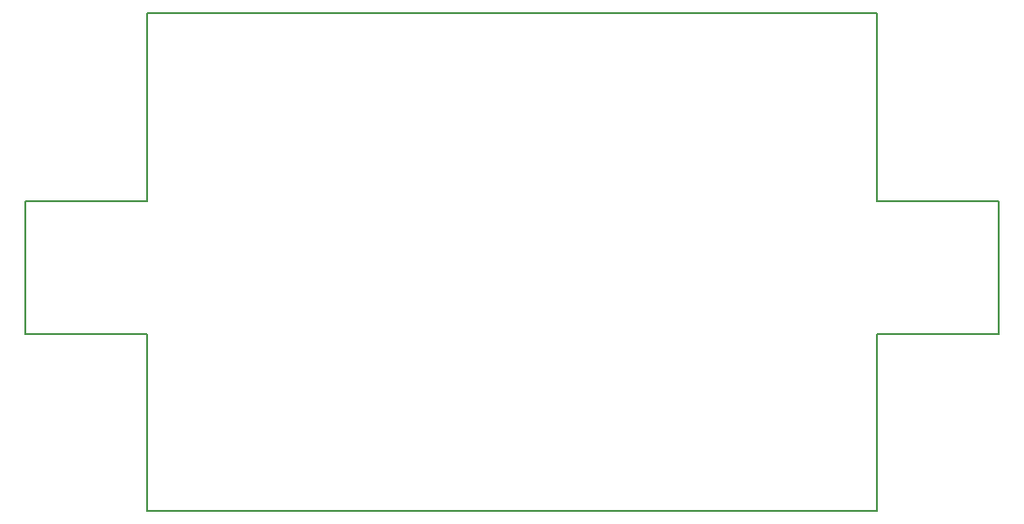
<source format=gbr>
G04 DipTrace 2.4.0.2*
%INBottomAssy.gbr*%
%MOIN*%
%ADD11C,0.0055*%
%FSLAX44Y44*%
G04*
G70*
G90*
G75*
G01*
%LNBotAssy*%
%LPD*%
X8271Y21657D2*
D11*
Y14964D1*
X3940D1*
Y10239D1*
X8271D1*
Y3940D1*
X34255D1*
Y10239D1*
X38586D1*
Y14964D1*
X34255D1*
Y21657D1*
X8271D1*
M02*

</source>
